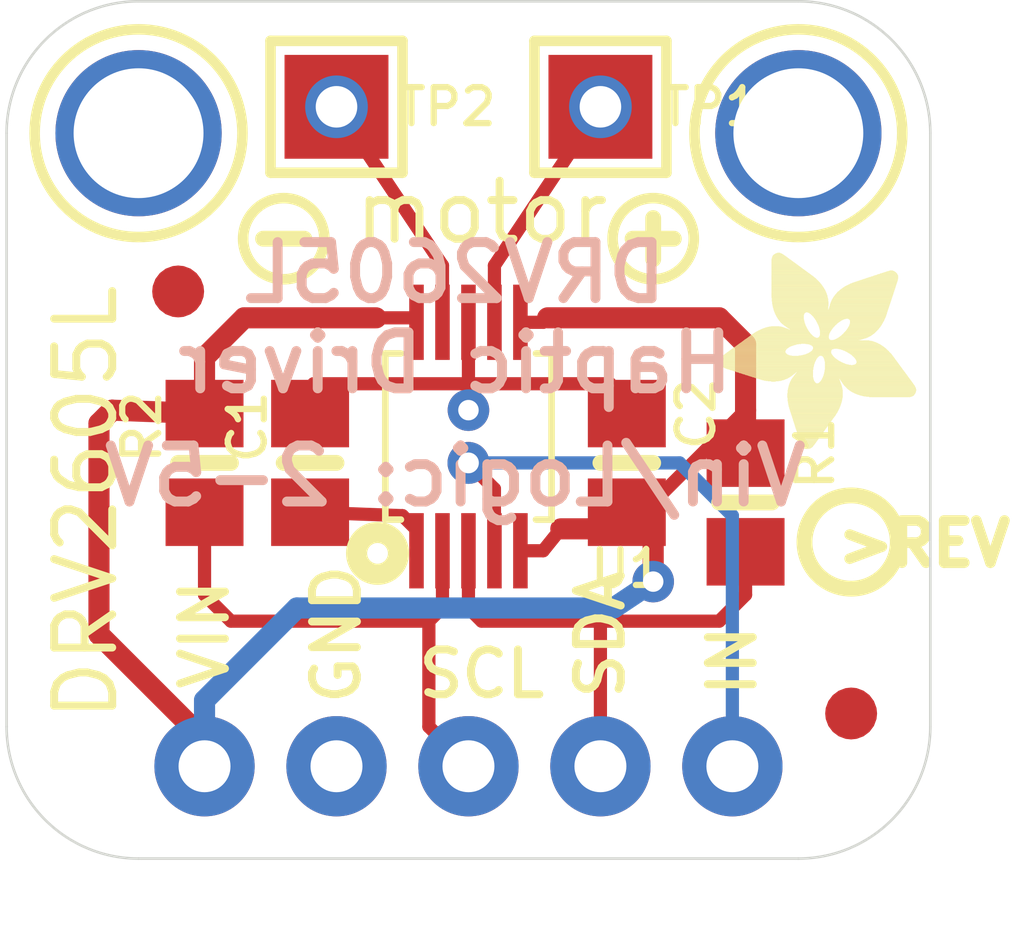
<source format=kicad_pcb>
(kicad_pcb (version 20211014) (generator pcbnew)
  (layers (0 "F.Cu" signal) (31 "B.Cu" signal) (34 "B.Paste" user) (35 "F.Paste" user) (36 "B.SilkS" user "B.Silkscreen") (37 "F.SilkS" user "F.Silkscreen") (38 "B.Mask" user) (39 "F.Mask" user) (44 "Edge.Cuts" user))
  (net 0 "")
  (net 1 "OUT+")
  (net 2 "OUT-")
  (net 3 "VIN")
  (net 4 "GND")
  (net 5 "SDA")
  (net 6 "SCL")
  (net 7 "N$5")
  (net 8 "IN/TRIG")
  (footprint "boardEagle:0805-NO" (layer "F.Cu") (at 153.8351 106.4006 90)
    (fp_text reference "R1" (at 0.1905 1.3335 90) (layer "F.SilkS") (effects (font (size 0.692831 0.692831) (thickness 0.119969)) (justify left)))
    (fp_text value "10K")
    (pad "1" smd rect (at -0.95 0 90) (size 1.3 1.5) (layers "F.Cu" "F.Paste" "F.Mask") (net 5 "SDA"))
    (pad "2" smd rect (at 0.95 0 90) (size 1.3 1.5) (layers "F.Cu" "F.Paste" "F.Mask") (net 3 "VIN"))
  )
  (footprint "boardEagle:MOUNTINGHOLE_2.5_PLATED" (layer "F.Cu") (at 142.1511 99.2886)
    (fp_text reference "U$2" hide)
    (fp_text value "MOUNTINGHOLE2.5" hide)
    (pad "P$1" thru_hole circle (at 0 0) (size 3.2 3.2) (drill 2.5) (layers *.Cu *.Mask))
  )
  (footprint "boardEagle:FIDUCIAL_1MM" (layer "F.Cu") (at 142.9131 102.3366)
    (fp_text reference "FID2" hide)
    (fp_text value "FIDUCIAL\"\"" hide)
    (pad "1" smd roundrect (at 0 0) (size 1 1) (layers "F.Cu" "F.Mask") (roundrect_rratio 0.5))
  )
  (footprint "boardEagle:ADAFRUIT_3.5MM" (layer "F.Cu") (at 157.1371 101.5746 180)
    (fp_text reference "U$18" hide)
    (fp_text value "" hide)
  )
  (footprint "boardEagle:FIDUCIAL_1MM" (layer "F.Cu") (at 155.8671 110.4646)
    (fp_text reference "FID1" hide)
    (fp_text value "FIDUCIAL\"\"" hide)
    (pad "1" smd roundrect (at 0 0) (size 1 1) (layers "F.Cu" "F.Mask") (roundrect_rratio 0.5))
  )
  (footprint "boardEagle:MOUNTINGHOLE_2.5_PLATED" (layer "F.Cu") (at 154.8511 99.2886)
    (fp_text reference "U$3" hide)
    (fp_text value "MOUNTINGHOLE2.5" hide)
    (pad "P$1" thru_hole circle (at 0 0) (size 3.2 3.2) (drill 2.5) (layers *.Cu *.Mask))
  )
  (footprint "boardEagle:TESTPOINT_PAD_2MM" (layer "F.Cu") (at 145.9611 98.7806)
    (fp_text reference "TP2" (at 1.1 0) (layer "F.SilkS") (effects (font (size 0.692831 0.692831) (thickness 0.119969)) (justify left)))
    (fp_text value "")
    (pad "P$1" smd rect (at 0 0) (size 2 2) (layers "F.Cu" "F.Mask") (net 2 "OUT-"))
  )
  (footprint "boardEagle:SYMBOL_PLUS" (layer "F.Cu") (at 152.0571 101.3206 90)
    (fp_text reference "U$4" hide)
    (fp_text value "" hide)
  )
  (footprint "boardEagle:TESTPOINT_PAD_2MM" (layer "F.Cu") (at 151.0411 98.7806)
    (fp_text reference "TP1" (at 1.1 0) (layer "F.SilkS") (effects (font (size 0.692831 0.692831) (thickness 0.119969)) (justify left)))
    (fp_text value "")
    (pad "P$1" smd rect (at 0 0) (size 2 2) (layers "F.Cu" "F.Mask") (net 1 "OUT+"))
  )
  (footprint "boardEagle:1X05_ROUND_FULL_76" (layer "F.Cu") (at 148.5011 111.4806)
    (fp_text reference "JP1" hide)
    (fp_text value "")
    (pad "1" thru_hole circle (at -5.08 0 90) (size 1.9304 1.9304) (drill 1) (layers *.Cu *.Mask) (net 3 "VIN"))
    (pad "2" thru_hole circle (at -2.54 0 90) (size 1.9304 1.9304) (drill 1) (layers *.Cu *.Mask) (net 4 "GND"))
    (pad "3" thru_hole circle (at 0 0 90) (size 1.9304 1.9304) (drill 1) (layers *.Cu *.Mask) (net 6 "SCL"))
    (pad "4" thru_hole circle (at 2.54 0 90) (size 1.9304 1.9304) (drill 1) (layers *.Cu *.Mask) (net 5 "SDA"))
    (pad "5" thru_hole circle (at 5.08 0 90) (size 1.9304 1.9304) (drill 1) (layers *.Cu *.Mask) (net 8 "IN/TRIG"))
  )
  (footprint "boardEagle:SYMBOL_MINUS" (layer "F.Cu") (at 144.9451 101.3206)
    (fp_text reference "U$5" hide)
    (fp_text value "" hide)
  )
  (footprint "boardEagle:0805-NO" (layer "F.Cu") (at 145.4531 105.6386 -90)
    (fp_text reference "C1" (at 0.0635 1.2065 90) (layer "F.SilkS") (effects (font (size 0.692831 0.692831) (thickness 0.119969)) (justify left)))
    (fp_text value "1uF")
    (pad "1" smd rect (at -0.95 0 270) (size 1.3 1.5) (layers "F.Cu" "F.Paste" "F.Mask") (net 4 "GND"))
    (pad "2" smd rect (at 0.95 0 270) (size 1.3 1.5) (layers "F.Cu" "F.Paste" "F.Mask") (net 7 "N$5"))
  )
  (footprint "boardEagle:0805-NO" (layer "F.Cu") (at 143.4211 105.6386 90)
    (fp_text reference "R2" (at -0.0635 -1.2065 90) (layer "F.SilkS") (effects (font (size 0.692831 0.692831) (thickness 0.119969)) (justify left)))
    (fp_text value "10K")
    (pad "1" smd rect (at -0.95 0 90) (size 1.3 1.5) (layers "F.Cu" "F.Paste" "F.Mask") (net 6 "SCL"))
    (pad "2" smd rect (at 0.95 0 90) (size 1.3 1.5) (layers "F.Cu" "F.Paste" "F.Mask") (net 3 "VIN"))
  )
  (footprint "boardEagle:PCBFEAT-REV-040" (layer "F.Cu") (at 155.8671 107.1626)
    (fp_text reference "U$15" hide)
    (fp_text value "" hide)
    (fp_text user ">REV" (at -0.3556 0.508) (layer "F.SilkS") (effects (font (size 0.8128 0.8128) (thickness 0.2032)) (justify left bottom)))
  )
  (footprint "boardEagle:0805-NO" (layer "F.Cu") (at 151.5491 105.6386 90)
    (fp_text reference "C2" (at 0.1905 1.3335 90) (layer "F.SilkS") (effects (font (size 0.692831 0.692831) (thickness 0.119969)) (justify left)))
    (fp_text value "1uF")
    (pad "1" smd rect (at -0.95 0 90) (size 1.3 1.5) (layers "F.Cu" "F.Paste" "F.Mask") (net 3 "VIN"))
    (pad "2" smd rect (at 0.95 0 90) (size 1.3 1.5) (layers "F.Cu" "F.Paste" "F.Mask") (net 4 "GND"))
  )
  (footprint "boardEagle:PSOP10" (layer "F.Cu") (at 148.5011 105.1306)
    (fp_text reference "U1" (at 2.286 2.544) (layer "F.SilkS") (effects (font (size 0.692831 0.692831) (thickness 0.119969)) (justify left)))
    (fp_text value "DRV2605LDGS")
    (pad "1" smd rect (at -1 2.2 90) (size 1.45 0.28) (layers "F.Cu" "F.Paste") (net 7 "N$5"))
    (pad "2" smd rect (at -0.5 2.2 90) (size 1.45 0.28) (layers "F.Cu" "F.Paste") (net 6 "SCL"))
    (pad "3" smd rect (at 0 2.2 90) (size 1.45 0.28) (layers "F.Cu" "F.Paste") (net 5 "SDA"))
    (pad "4" smd rect (at 0.5 2.2 90) (size 1.45 0.28) (layers "F.Cu" "F.Paste") (net 8 "IN/TRIG"))
    (pad "5" smd rect (at 1 2.2 90) (size 1.45 0.28) (layers "F.Cu" "F.Paste") (net 3 "VIN"))
    (pad "6" smd rect (at 1 -2.2 270) (size 1.45 0.28) (layers "F.Cu" "F.Paste") (net 3 "VIN"))
    (pad "7" smd rect (at 0.5 -2.2 270) (size 1.45 0.28) (layers "F.Cu" "F.Paste") (net 1 "OUT+"))
    (pad "8" smd rect (at 0 -2.2 270) (size 1.45 0.28) (layers "F.Cu" "F.Paste") (net 4 "GND"))
    (pad "9" smd rect (at -0.5 -2.2 270) (size 1.45 0.28) (layers "F.Cu" "F.Paste") (net 2 "OUT-"))
    (pad "10" smd rect (at -1 -2.2 270) (size 1.45 0.28) (layers "F.Cu" "F.Paste") (net 3 "VIN"))
  )
  (gr_line (start 157.3911 99.2886) (end 157.3911 110.7186) (layer "Edge.Cuts") (width 0.05))
  (gr_arc (start 154.8511 96.7486) (mid 156.647151 97.492549) (end 157.3911 99.2886) (layer "Edge.Cuts") (width 0.05))
  (gr_arc (start 142.1511 113.2586) (mid 140.355049 112.514651) (end 139.6111 110.7186) (layer "Edge.Cuts") (width 0.05))
  (gr_line (start 142.1511 96.7486) (end 154.8511 96.7486) (layer "Edge.Cuts") (width 0.05))
  (gr_arc (start 139.6111 99.2886) (mid 140.355049 97.492549) (end 142.1511 96.7486) (layer "Edge.Cuts") (width 0.05))
  (gr_line (start 154.8511 113.2586) (end 142.1511 113.2586) (layer "Edge.Cuts") (width 0.05))
  (gr_line (start 139.6111 110.7186) (end 139.6111 99.2886) (layer "Edge.Cuts") (width 0.05))
  (gr_arc (start 157.3911 110.7186) (mid 156.647151 112.514651) (end 154.8511 113.2586) (layer "Edge.Cuts") (width 0.05))
  (gr_text "Vin/Logic: 2-5V" (at 148.2471 105.8926) (layer "B.SilkS") (effects (font (size 1.0795 1.0795) (thickness 0.1905)) (justify mirror)))
  (gr_text "DRV2605L\nHaptic Driver" (at 148.2471 102.8446) (layer "B.SilkS") (effects (font (size 1.0795 1.0795) (thickness 0.1905)) (justify mirror)))
  (gr_text "motor" (at 148.7551 100.8126) (layer "F.SilkS") (effects (font (size 1.1176 1.1176) (thickness 0.1524))))
  (gr_text "SDA" (at 151.0411 108.9406 90) (layer "F.SilkS") (effects (font (size 0.8636 0.8636) (thickness 0.1524))))
  (gr_text "VIN" (at 143.4211 108.9406 90) (layer "F.SilkS") (effects (font (size 0.8636 0.8636) (thickness 0.1524))))
  (gr_text "DRV2605L" (at 141.1351 106.4006 90) (layer "F.SilkS") (effects (font (size 1.1176 1.1176) (thickness 0.1524))))
  (gr_text "SCL" (at 148.7551 109.7026) (layer "F.SilkS") (effects (font (size 0.8636 0.8636) (thickness 0.1524))))
  (gr_text "IN" (at 153.5811 109.4486 90) (layer "F.SilkS") (effects (font (size 0.8636 0.8636) (thickness 0.1524))))
  (gr_text "GND" (at 145.9611 108.9406 90) (layer "F.SilkS") (effects (font (size 0.8636 0.8636) (thickness 0.1524))))
  (segment (start 149.0011 101.8366) (end 151.0411 98.7806) (width 0.254) (layer "F.Cu") (net 1))
  (segment (start 149.0011 102.9306) (end 149.0011 101.8366) (width 0.254) (layer "F.Cu") (net 1))
  (segment (start 149.0011 102.9306) (end 149.0011 103.1286) (width 0.254) (layer "F.Cu") (net 1))
  (via (at 151.0411 98.7806) (size 1.2064) (drill 0.8) (layers "F.Cu" "B.Cu") (net 1))
  (segment (start 148.0011 102.9306) (end 148.0011 103.0286) (width 0.254) (layer "F.Cu") (net 2))
  (segment (start 148.0011 101.8366) (end 145.9611 98.7806) (width 0.254) (layer "F.Cu") (net 2))
  (segment (start 148.0011 102.9306) (end 148.0011 101.8366) (width 0.254) (layer "F.Cu") (net 2))
  (via (at 145.9611 98.7806) (size 1.2064) (drill 0.8) (layers "F.Cu" "B.Cu") (net 2))
  (segment (start 144.1831 102.8446) (end 146.7231 102.8446) (width 0.4064) (layer "F.Cu") (net 3))
  (segment (start 151.5491 106.5886) (end 151.2951 106.1466) (width 0.4064) (layer "F.Cu") (net 3))
  (segment (start 141.3891 108.9406) (end 141.3891 104.8766) (width 0.4064) (layer "F.Cu") (net 3))
  (segment (start 153.8351 103.3526) (end 153.8351 104.6226) (width 0.4064) (layer "F.Cu") (net 3))
  (segment (start 151.8691 106.5886) (end 153.8351 104.6226) (width 0.254) (layer "F.Cu") (net 3))
  (segment (start 146.7231 102.8446) (end 147.4151 102.8446) (width 0.254) (layer "F.Cu") (net 3))
  (segment (start 149.5011 107.3306) (end 149.9391 107.3306) (width 0.254) (layer "F.Cu") (net 3))
  (segment (start 143.4211 110.9726) (end 141.3891 108.9406) (width 0.4064) (layer "F.Cu") (net 3))
  (segment (start 143.4211 111.4806) (end 143.4211 110.9726) (width 0.4064) (layer "F.Cu") (net 3))
  (segment (start 151.2951 106.1466) (end 152.0571 106.9086) (width 0.4064) (layer "F.Cu") (net 3))
  (segment (start 152.0571 106.9086) (end 152.0571 106.8426) (width 0.4064) (layer "F.Cu") (net 3))
  (segment (start 153.8351 104.6226) (end 153.9011 104.6226) (width 0.254) (layer "F.Cu") (net 3))
  (segment (start 143.4211 104.6886) (end 143.4211 103.6066) (width 0.4064) (layer "F.Cu") (net 3))
  (segment (start 152.0571 106.9086) (end 152.0571 107.9246) (width 0.4064) (layer "F.Cu") (net 3))
  (segment (start 143.4211 103.6066) (end 144.1831 102.8446) (width 0.4064) (layer "F.Cu") (net 3))
  (segment (start 149.9391 102.9306) (end 150.0251 102.8446) (width 0.254) (layer "F.Cu") (net 3))
  (segment (start 149.5011 102.9306) (end 149.9391 102.9306) (width 0.254) (layer "F.Cu") (net 3))
  (segment (start 153.8351 104.6226) (end 153.8351 105.4506) (width 0.4064) (layer "F.Cu") (net 3))
  (segment (start 150.2791 106.9086) (end 152.0571 106.9086) (width 0.4064) (layer "F.Cu") (net 3))
  (segment (start 150.0251 102.8446) (end 153.3271 102.8446) (width 0.4064) (layer "F.Cu") (net 3))
  (segment (start 153.3271 102.8446) (end 153.8351 103.3526) (width 0.4064) (layer "F.Cu") (net 3))
  (segment (start 147.4151 102.8446) (end 147.5011 102.9306) (width 0.254) (layer "F.Cu") (net 3))
  (segment (start 141.6431 104.6226) (end 143.4211 104.6886) (width 0.4064) (layer "F.Cu") (net 3))
  (segment (start 141.3891 104.8766) (end 141.6431 104.6226) (width 0.4064) (layer "F.Cu") (net 3))
  (segment (start 149.9391 107.3306) (end 150.2791 106.9086) (width 0.254) (layer "F.Cu") (net 3))
  (segment (start 153.9011 104.6226) (end 153.8351 105.4506) (width 0.254) (layer "F.Cu") (net 3))
  (segment (start 151.5491 106.5886) (end 151.8691 106.5886) (width 0.254) (layer "F.Cu") (net 3))
  (via (at 152.0571 107.9246) (size 0.8001) (drill 0.3937) (layers "F.Cu" "B.Cu") (net 3))
  (segment (start 143.4211 110.2106) (end 145.1991 108.4326) (width 0.4064) (layer "B.Cu") (net 3))
  (segment (start 143.4211 111.4806) (end 143.4211 110.2106) (width 0.4064) (layer "B.Cu") (net 3))
  (segment (start 145.1991 108.4326) (end 151.2951 108.4326) (width 0.4064) (layer "B.Cu") (net 3))
  (segment (start 151.2951 108.4326) (end 152.0571 107.9246) (width 0.4064) (layer "B.Cu") (net 3))
  (segment (start 148.5011 104.1146) (end 151.2291 104.1146) (width 0.254) (layer "F.Cu") (net 4))
  (segment (start 151.2291 104.1146) (end 151.5491 104.6886) (width 0.254) (layer "F.Cu") (net 4))
  (segment (start 148.5011 104.1146) (end 145.5191 104.1146) (width 0.254) (layer "F.Cu") (net 4))
  (segment (start 148.5011 104.6226) (end 148.5011 104.1146) (width 0.254) (layer "F.Cu") (net 4))
  (segment (start 148.5011 102.9306) (end 148.5011 104.6226) (width 0.254) (layer "F.Cu") (net 4))
  (segment (start 145.5191 104.1146) (end 145.4531 104.6886) (width 0.254) (layer "F.Cu") (net 4))
  (via (at 148.5011 104.6226) (size 0.8001) (drill 0.3937) (layers "F.Cu" "B.Cu") (net 4))
  (segment (start 151.0411 108.6866) (end 153.3271 108.6866) (width 0.254) (layer "F.Cu") (net 5))
  (segment (start 148.5011 107.3306) (end 148.5011 108.4326) (width 0.254) (layer "F.Cu") (net 5))
  (segment (start 153.8351 108.1786) (end 153.8351 107.3506) (width 0.254) (layer "F.Cu") (net 5))
  (segment (start 148.5011 108.4326) (end 148.7551 108.6866) (width 0.254) (layer "F.Cu") (net 5))
  (segment (start 151.0411 111.4806) (end 151.0411 108.6866) (width 0.254) (layer "F.Cu") (net 5))
  (segment (start 153.3271 108.6866) (end 153.8351 108.1786) (width 0.254) (layer "F.Cu") (net 5))
  (segment (start 148.7551 108.6866) (end 151.0411 108.6866) (width 0.254) (layer "F.Cu") (net 5))
  (segment (start 147.7391 110.7186) (end 148.5011 111.4806) (width 0.254) (layer "F.Cu") (net 6))
  (segment (start 143.9291 108.6866) (end 143.4211 108.1786) (width 0.254) (layer "F.Cu") (net 6))
  (segment (start 148.0011 108.4246) (end 147.7391 108.6866) (width 0.254) (layer "F.Cu") (net 6))
  (segment (start 147.7391 108.6866) (end 147.7391 110.7186) (width 0.254) (layer "F.Cu") (net 6))
  (segment (start 143.4211 108.1786) (end 143.4211 106.5886) (width 0.254) (layer "F.Cu") (net 6))
  (segment (start 147.7391 108.6866) (end 143.9291 108.6866) (width 0.254) (layer "F.Cu") (net 6))
  (segment (start 148.0011 107.3306) (end 148.0011 108.4246) (width 0.254) (layer "F.Cu") (net 6))
  (segment (start 147.2311 106.6546) (end 145.4531 106.5886) (width 0.254) (layer "F.Cu") (net 7))
  (segment (start 147.5011 107.3306) (end 147.5011 106.9246) (width 0.254) (layer "F.Cu") (net 7))
  (segment (start 147.5011 106.9246) (end 147.2311 106.6546) (width 0.254) (layer "F.Cu") (net 7))
  (segment (start 149.0011 106.1386) (end 148.5011 105.6386) (width 0.254) (layer "F.Cu") (net 8))
  (segment (start 149.0011 107.3306) (end 149.0011 106.1386) (width 0.254) (layer "F.Cu") (net 8))
  (via (at 148.5011 105.6386) (size 0.8064) (drill 0.4) (layers "F.Cu" "B.Cu") (net 8))
  (segment (start 152.5651 105.6386) (end 153.5811 106.6546) (width 0.254) (layer "B.Cu") (net 8))
  (segment (start 153.5811 106.6546) (end 153.5811 111.4806) (width 0.254) (layer "B.Cu") (net 8))
  (segment (start 148.5011 105.6386) (end 152.5651 105.6386) (width 0.254) (layer "B.Cu") (net 8))
)
</source>
